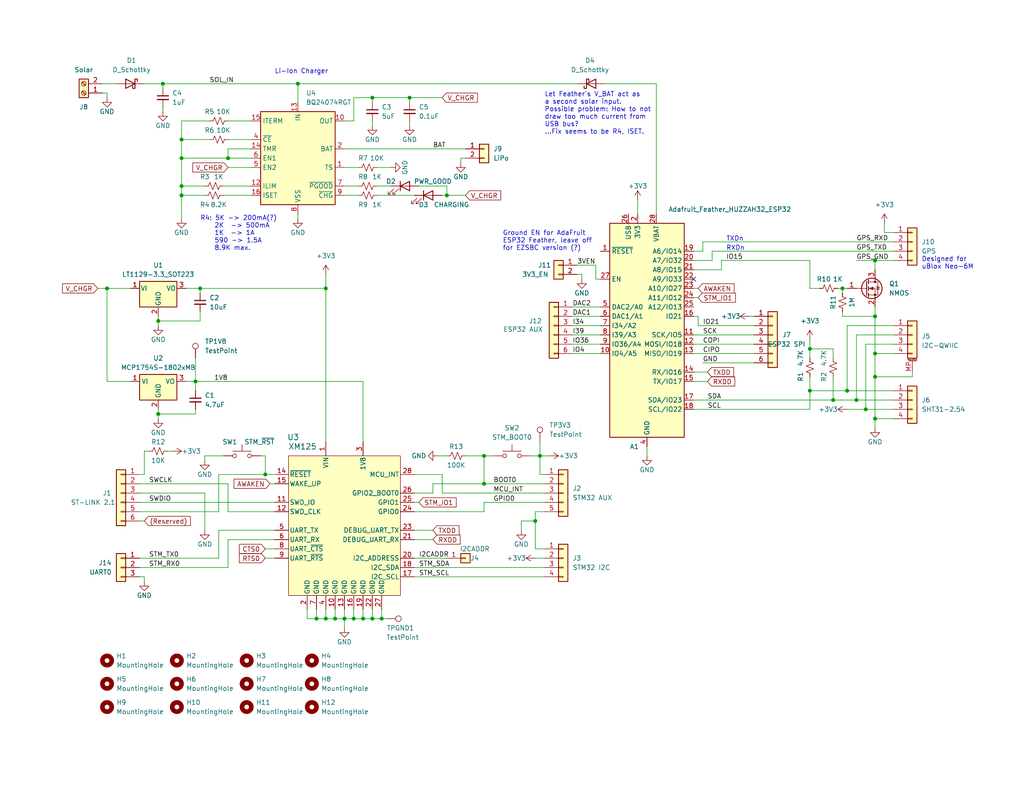
<source format=kicad_sch>
(kicad_sch (version 20250114) (generator "eeschema") (generator_version "9.0")
  (paper "USLetter")
  (title_block (title "Wave RADAR") (date "2023-11-23") (rev "0.2") (company "Academia Nuts"))
  (lib_symbols
    (symbol "Battery_Management:BQ24074RGT"
      (property "Reference" "U" (at -8.89 13.97 0))
      (property "Value" "BQ24074RGT" (at 16.51 13.97 0))
      (symbol "BQ24074RGT_1_1"
        (pin input line (at -12.7 10.16 0) (length 2.54) (name "ITERM") (number "15"))
        (pin input line (at -12.7 5.08 0) (length 2.54) (name "~{CE}") (number "4"))
        (pin input line (at -12.7 2.54 0) (length 2.54) (name "TMR") (number "14"))
        (pin input line (at -12.7 0 0) (length 2.54) (name "EN1") (number "6"))
        (pin input line (at -12.7 -2.54 0) (length 2.54) (name "EN2") (number "5"))
        (pin passive line (at -12.7 -7.62 0) (length 2.54) (name "ILIM") (number "12"))
        (pin passive line (at -12.7 -10.16 0) (length 2.54) (name "ISET") (number "16"))
        (pin power_in line (at 0 15.24 270) (length 2.54) (name "IN") (number "13"))
        (pin passive line (at 0 -15.24 90) (length 2.54) (hide yes) (name "VSS") (number "17"))
        (pin power_in line (at 0 -15.24 90) (length 2.54) (name "VSS") (number "8"))
        (pin power_out line (at 12.7 10.16 180) (length 2.54) (name "OUT") (number "10"))
        (pin passive line (at 12.7 10.16 180) (length 2.54) (hide yes) (name "OUT") (number "11"))
        (pin power_out line (at 12.7 2.54 180) (length 2.54) (name "BAT") (number "2"))
        (pin passive line (at 12.7 2.54 180) (length 2.54) (hide yes) (name "BAT") (number "3"))
        (pin passive line (at 12.7 -2.54 180) (length 2.54) (name "TS") (number "1"))
        (pin open_collector line (at 12.7 -7.62 180) (length 2.54) (name "~{PGOOD}") (number "7"))
        (pin open_collector line (at 12.7 -10.16 180) (length 2.54) (name "~{CHG}") (number "9"))
      )
    )
    (symbol "Connector:Screw_Terminal_01x02" (pin_names (offset 1.016) (hide yes))
      (property "Reference" "J" (at 0 2.54 0))
      (property "Value" "Screw_Terminal_01x02" (at 0 -5.08 0))
      (symbol "Screw_Terminal_01x02_1_1"
        (pin passive line (at -5.08 0 0) (length 3.81) (name "Pin_1") (number "1"))
        (pin passive line (at -5.08 -2.54 0) (length 3.81) (name "Pin_2") (number "2"))
      )
    )
    (symbol "Connector:TestPoint" (pin_numbers (hide yes)) (pin_names (offset 0.762) (hide yes))
      (property "Reference" "TP" (at 0 6.858 0))
      (property "Value" "TestPoint" (at 0 5.08 0))
      (symbol "TestPoint_1_1"
        (pin passive line (at 0 0 90) (length 2.54) (name "1") (number "1"))
      )
    )
    (symbol "Connector_Generic:Conn_01x01" (pin_names (offset 1.016) (hide yes))
      (property "Reference" "J" (at 0 2.54 0))
      (property "Value" "Conn_01x01" (at 0 -2.54 0))
      (symbol "Conn_01x01_1_1"
        (pin passive line (at -5.08 0 0) (length 3.81) (name "Pin_1") (number "1"))
      )
    )
    (symbol "Connector_Generic:Conn_01x02" (pin_names (offset 1.016) (hide yes))
      (property "Reference" "J" (at 0 2.54 0))
      (property "Value" "Conn_01x02" (at 0 -5.08 0))
      (symbol "Conn_01x02_1_1"
        (pin passive line (at -5.08 0 0) (length 3.81) (name "Pin_1") (number "1"))
        (pin passive line (at -5.08 -2.54 0) (length 3.81) (name "Pin_2") (number "2"))
      )
    )
    (symbol "Connector_Generic:Conn_01x03" (pin_names (offset 1.016) (hide yes))
      (property "Reference" "J" (at 0 5.08 0))
      (property "Value" "Conn_01x03" (at 0 -5.08 0))
      (symbol "Conn_01x03_1_1"
        (pin passive line (at -5.08 2.54 0) (length 3.81) (name "Pin_1") (number "1"))
        (pin passive line (at -5.08 0 0) (length 3.81) (name "Pin_2") (number "2"))
        (pin passive line (at -5.08 -2.54 0) (length 3.81) (name "Pin_3") (number "3"))
      )
    )
    (symbol "Connector_Generic:Conn_01x04" (pin_names (offset 1.016) (hide yes))
      (property "Reference" "J" (at 0 5.08 0))
      (property "Value" "Conn_01x04" (at 0 -7.62 0))
      (symbol "Conn_01x04_1_1"
        (pin passive line (at -5.08 2.54 0) (length 3.81) (name "Pin_1") (number "1"))
        (pin passive line (at -5.08 0 0) (length 3.81) (name "Pin_2") (number "2"))
        (pin passive line (at -5.08 -2.54 0) (length 3.81) (name "Pin_3") (number "3"))
        (pin passive line (at -5.08 -5.08 0) (length 3.81) (name "Pin_4") (number "4"))
      )
    )
    (symbol "Connector_Generic:Conn_01x05" (pin_names (offset 1.016) (hide yes))
      (property "Reference" "J" (at 0 7.62 0))
      (property "Value" "Conn_01x05" (at 0 -7.62 0))
      (symbol "Conn_01x05_1_1"
        (pin passive line (at -5.08 5.08 0) (length 3.81) (name "Pin_1") (number "1"))
        (pin passive line (at -5.08 2.54 0) (length 3.81) (name "Pin_2") (number "2"))
        (pin passive line (at -5.08 0 0) (length 3.81) (name "Pin_3") (number "3"))
        (pin passive line (at -5.08 -2.54 0) (length 3.81) (name "Pin_4") (number "4"))
        (pin passive line (at -5.08 -5.08 0) (length 3.81) (name "Pin_5") (number "5"))
      )
    )
    (symbol "Connector_Generic:Conn_01x06" (pin_names (offset 1.016) (hide yes))
      (property "Reference" "J" (at 0 7.62 0))
      (property "Value" "Conn_01x06" (at 0 -10.16 0))
      (symbol "Conn_01x06_1_1"
        (pin passive line (at -5.08 5.08 0) (length 3.81) (name "Pin_1") (number "1"))
        (pin passive line (at -5.08 2.54 0) (length 3.81) (name "Pin_2") (number "2"))
        (pin passive line (at -5.08 0 0) (length 3.81) (name "Pin_3") (number "3"))
        (pin passive line (at -5.08 -2.54 0) (length 3.81) (name "Pin_4") (number "4"))
        (pin passive line (at -5.08 -5.08 0) (length 3.81) (name "Pin_5") (number "5"))
        (pin passive line (at -5.08 -7.62 0) (length 3.81) (name "Pin_6") (number "6"))
      )
    )
    (symbol "Connector_Generic_MountingPin:Conn_01x04_MountingPin" (pin_names (offset 1.016) (hide yes))
      (property "Reference" "J" (at 0 5.08 0))
      (property "Value" "Conn_01x04_MountingPin" (at 1.27 -7.62 0))
      (symbol "Conn_01x04_MountingPin_1_1"
        (text "Mounting" (at 0 -6.731 0) (effects (font (size 0.381 0.381))))
        (pin passive line (at -5.08 2.54 0) (length 3.81) (name "Pin_1") (number "1"))
        (pin passive line (at -5.08 0 0) (length 3.81) (name "Pin_2") (number "2"))
        (pin passive line (at -5.08 -2.54 0) (length 3.81) (name "Pin_3") (number "3"))
        (pin passive line (at -5.08 -5.08 0) (length 3.81) (name "Pin_4") (number "4"))
        (pin passive line (at 0 -10.16 90) (length 3.048) (name "MountPin") (number "MP"))
      )
    )
    (symbol "Device:C_Small" (pin_numbers (hide yes)) (pin_names (offset 0.254) (hide yes))
      (property "Reference" "C" (at 0.254 1.778 0))
      (property "Value" "C_Small" (at 0.254 -2.032 0))
      (symbol "C_Small_1_1"
        (pin passive line (at 0 2.54 270) (length 2.032) (name "~") (number "1"))
        (pin passive line (at 0 -2.54 90) (length 2.032) (name "~") (number "2"))
      )
    )
    (symbol "Device:D_Schottky" (pin_numbers (hide yes)) (pin_names (offset 1.016) (hide yes))
      (property "Reference" "D" (at 0 2.54 0))
      (property "Value" "D_Schottky" (at 0 -2.54 0))
      (symbol "D_Schottky_1_1"
        (pin passive line (at -3.81 0 0) (length 2.54) (name "K") (number "1"))
        (pin passive line (at 3.81 0 180) (length 2.54) (name "A") (number "2"))
      )
    )
    (symbol "Device:LED" (pin_numbers (hide yes)) (pin_names (offset 1.016) (hide yes))
      (property "Reference" "D" (at 0 2.54 0))
      (property "Value" "LED" (at 0 -2.54 0))
      (symbol "LED_1_1"
        (pin passive line (at -3.81 0 0) (length 2.54) (name "K") (number "1"))
        (pin passive line (at 3.81 0 180) (length 2.54) (name "A") (number "2"))
      )
    )
    (symbol "Device:R_Small_US" (pin_numbers (hide yes)) (pin_names (offset 0.254) (hide yes))
      (property "Reference" "R" (at 0.762 0.508 0))
      (property "Value" "R_Small_US" (at 0.762 -1.016 0))
      (symbol "R_Small_US_1_1"
        (pin passive line (at 0 2.54 270) (length 1.016) (name "~") (number "1"))
        (pin passive line (at 0 -2.54 90) (length 1.016) (name "~") (number "2"))
      )
    )
    (symbol "MCU_Module:Adafruit_Feather_HUZZAH32_ESP32"
      (property "Reference" "A" (at -10.16 29.21 0))
      (property "Value" "Adafruit_Feather_HUZZAH32_ESP32" (at 2.54 -31.75 0))
      (symbol "Adafruit_Feather_HUZZAH32_ESP32_1_1"
        (pin bidirectional line (at -12.7 20.32 0) (length 2.54) (name "A6/IO14") (number "19"))
        (pin bidirectional line (at -12.7 17.78 0) (length 2.54) (name "A7/IO32") (number "20"))
        (pin bidirectional line (at -12.7 15.24 0) (length 2.54) (name "A8/IO15") (number "21"))
        (pin bidirectional line (at -12.7 12.7 0) (length 2.54) (name "A9/IO33") (number "22"))
        (pin bidirectional line (at -12.7 10.16 0) (length 2.54) (name "A10/IO27") (number "23"))
        (pin bidirectional line (at -12.7 7.62 0) (length 2.54) (name "A11/IO12") (number "24"))
        (pin bidirectional line (at -12.7 5.08 0) (length 2.54) (name "A12/IO13") (number "25"))
        (pin bidirectional line (at -12.7 2.54 0) (length 2.54) (name "IO21") (number "16"))
        (pin bidirectional line (at -12.7 -2.54 0) (length 2.54) (name "SCK/IO5") (number "11"))
        (pin bidirectional line (at -12.7 -5.08 0) (length 2.54) (name "MOSI/IO18") (number "12"))
        (pin bidirectional line (at -12.7 -7.62 0) (length 2.54) (name "MISO/IO19") (number "13"))
        (pin bidirectional line (at -12.7 -12.7 0) (length 2.54) (name "RX/IO16") (number "14"))
        (pin bidirectional line (at -12.7 -15.24 0) (length 2.54) (name "TX/IO17") (number "15"))
        (pin bidirectional line (at -12.7 -20.32 0) (length 2.54) (name "SDA/IO23") (number "17"))
        (pin bidirectional line (at -12.7 -22.86 0) (length 2.54) (name "SCL/IO22") (number "18"))
        (pin power_in line (at -2.54 30.48 270) (length 2.54) (name "VBAT") (number "28"))
        (pin power_in line (at 0 -33.02 90) (length 2.54) (name "GND") (number "4"))
        (pin power_in line (at 2.54 30.48 270) (length 2.54) (name "3V3") (number "2"))
        (pin power_in line (at 5.08 30.48 270) (length 2.54) (name "USB") (number "26"))
        (pin no_connect line (at 10.16 10.16 180) (length 2.54) (hide yes) (name "NC") (number "3"))
        (pin input line (at 12.7 20.32 180) (length 2.54) (name "~{RESET}") (number "1"))
        (pin input line (at 12.7 12.7 180) (length 2.54) (name "EN") (number "27"))
        (pin bidirectional line (at 12.7 5.08 180) (length 2.54) (name "DAC2/A0") (number "5"))
        (pin bidirectional line (at 12.7 2.54 180) (length 2.54) (name "DAC1/A1") (number "6"))
        (pin bidirectional line (at 12.7 0 180) (length 2.54) (name "I34/A2") (number "7"))
        (pin bidirectional line (at 12.7 -2.54 180) (length 2.54) (name "I39/A3") (number "8"))
        (pin bidirectional line (at 12.7 -5.08 180) (length 2.54) (name "IO36/A4") (number "9"))
        (pin bidirectional line (at 12.7 -7.62 180) (length 2.54) (name "IO4/A5") (number "10"))
      )
    )
    (symbol "Mechanical:MountingHole" (pin_names (offset 1.016))
      (property "Reference" "H" (at 0 5.08 0))
      (property "Value" "MountingHole" (at 0 3.175 0))
    )
    (symbol "Regulator_Linear:LT1129-3.3_SOT223" (pin_names (offset 0.254))
      (property "Reference" "U" (at -3.81 3.175 0))
      (property "Value" "LT1129-3.3_SOT223" (at 0 3.175 0))
      (symbol "LT1129-3.3_SOT223_1_1"
        (pin power_in line (at -7.62 0 0) (length 2.54) (name "VI") (number "1"))
        (pin power_in line (at 0 -7.62 90) (length 2.54) (name "GND") (number "2"))
        (pin power_out line (at 7.62 0 180) (length 2.54) (name "VO") (number "3"))
      )
    )
    (symbol "Regulator_Linear:MCP1754S-1802xMB"
      (property "Reference" "U" (at -3.81 3.175 0))
      (property "Value" "MCP1754S-1802xMB" (at -0.635 3.175 0))
      (symbol "MCP1754S-1802xMB_1_1"
        (pin power_in line (at -7.62 0 0) (length 2.54) (name "VI") (number "1"))
        (pin power_in line (at 0 -7.62 90) (length 2.54) (name "GND") (number "2"))
        (pin power_out line (at 7.62 0 180) (length 2.54) (name "VO") (number "3"))
      )
    )
    (symbol "Switch:SW_Push" (pin_numbers (hide yes)) (pin_names (offset 1.016) (hide yes))
      (property "Reference" "SW" (at 1.27 2.54 0))
      (property "Value" "SW_Push" (at 0 -1.524 0))
      (symbol "SW_Push_0_1"
        (pin passive line (at -5.08 0 0) (length 2.54) (name "1") (number "1"))
        (pin passive line (at 5.08 0 180) (length 2.54) (name "2") (number "2"))
      )
    )
    (symbol "Transistor_FET:2N7002" (pin_names (hide yes))
      (property "Reference" "Q" (at 5.08 1.905 0))
      (property "Value" "2N7002" (at 5.08 0 0))
      (symbol "2N7002_1_1"
        (pin input line (at -5.08 0 0) (length 2.54) (name "G") (number "1"))
        (pin passive line (at 2.54 5.08 270) (length 2.54) (name "D") (number "3"))
        (pin passive line (at 2.54 -5.08 90) (length 2.54) (name "S") (number "2"))
      )
    )
    (symbol "XM125:XM125" (pin_names (offset 0.254))
      (property "Reference" "U" (at -15.24 22.86 0))
      (property "Value" "XM125" (at -15.24 20.32 0))
      (symbol "XM125_1_1"
        (pin unspecified line (at -19.05 12.7 0) (length 3.81) (name "~{RESET}") (number "14"))
        (pin unspecified line (at -19.05 10.16 0) (length 3.81) (name "WAKE_UP") (number "15"))
        (pin unspecified line (at -19.05 5.08 0) (length 3.81) (name "SWD_IO") (number "11"))
        (pin unspecified line (at -19.05 2.54 0) (length 3.81) (name "SWD_CLK") (number "12"))
        (pin output line (at -19.05 -2.54 0) (length 3.81) (name "UART_TX") (number "5"))
        (pin input line (at -19.05 -5.08 0) (length 3.81) (name "UART_RX") (number "6"))
        (pin input line (at -19.05 -7.62 0) (length 3.81) (name "UART_~{CTS}") (number "8"))
        (pin output line (at -19.05 -10.16 0) (length 3.81) (name "UART_~{RTS}") (number "9"))
        (pin power_in line (at -10.16 -24.13 90) (length 3.81) (name "GND") (number "2"))
        (pin power_in line (at -7.62 -24.13 90) (length 3.81) (name "GND") (number "7"))
        (pin power_in line (at -5.08 21.59 270) (length 3.81) (name "VIN") (number "1"))
        (pin power_in line (at -5.08 -24.13 90) (length 3.81) (name "GND") (number "4"))
        (pin power_in line (at -2.54 -24.13 90) (length 3.81) (name "GND") (number "10"))
        (pin power_in line (at 0 -24.13 90) (length 3.81) (name "GND") (number "13"))
        (pin power_in line (at 2.54 -24.13 90) (length 3.81) (name "GND") (number "16"))
        (pin power_in line (at 5.08 21.59 270) (length 3.81) (name "1V8") (number "3"))
        (pin power_in line (at 5.08 -24.13 90) (length 3.81) (name "GND") (number "19"))
        (pin power_in line (at 7.62 -24.13 90) (length 3.81) (name "GND") (number "22"))
        (pin power_in line (at 10.16 -24.13 90) (length 3.81) (name "GND") (number "27"))
        (pin bidirectional line (at 19.05 12.7 180) (length 3.81) (name "MCU_INT") (number "28"))
        (pin bidirectional line (at 19.05 7.62 180) (length 3.81) (name "GPIO2_BOOT0") (number "26"))
        (pin bidirectional line (at 19.05 5.08 180) (length 3.81) (name "GPIO1") (number "25"))
        (pin bidirectional line (at 19.05 2.54 180) (length 3.81) (name "GPIO0") (number "24"))
        (pin output line (at 19.05 -2.54 180) (length 3.81) (name "DEBUG_UART_TX") (number "23"))
        (pin input line (at 19.05 -5.08 180) (length 3.81) (name "DEBUG_UART_RX") (number "21"))
        (pin input line (at 19.05 -10.16 180) (length 3.81) (name "I2C_ADDRESS") (number "20"))
        (pin bidirectional line (at 19.05 -12.7 180) (length 3.81) (name "I2C_SDA") (number "18"))
        (pin output line (at 19.05 -15.24 180) (length 3.81) (name "I2C_SCL") (number "17"))
      )
    )
    (symbol "power:+3V3" (power) (pin_names (offset 0))
      (property "Value" "+3V3" (at 0 3.556 0))
      (symbol "+3V3_1_1"
        (pin power_in line (at 0 0 90) (length 0) (hide yes) (name "+3V3") (number "1"))
      )
    )
    (symbol "power:GND" (power) (pin_names (offset 0))
      (property "Value" "GND" (at 0 -3.81 0))
      (symbol "GND_1_1"
        (pin power_in line (at 0 0 270) (length 0) (hide yes) (name "GND") (number "1"))
      )
    )
  )
  (text "Ground EN for AdaFruit\nESP32 Feather, leave off\nfor EZSBC version (?)" (at 137.16 68.58 0) (effects (font (size 1.27 1.27)) (justify left bottom)))
  (text "RXDn" (at 198.12 68.58 0) (effects (font (size 1.27 1.27)) (justify left bottom)))
  (text "Li-Ion Charger" (at 74.93 20.32 0) (effects (font (size 1.27 1.27)) (justify left bottom)))
  (text "Let Feather's V_BAT act as\na second solar input.\nPossible problem: How to not\ndraw too much current from \nUSB bus?\n...Fix seems to be R4, ISET." (at 148.59 36.83 0) (effects (font (size 1.27 1.27)) (justify left bottom)))
  (text "Designed for\nuBlox Neo-6M" (at 251.46 73.66 0) (effects (font (size 1.27 1.27)) (justify left bottom)))
  (text "TXDn" (at 198.12 66.04 0) (effects (font (size 1.27 1.27)) (justify left bottom)))
  (text "R4: 5K -> 200mA(?)\n    2K  -> 500mA\n    1K  -> 1A\n    590 -> 1.5A\n    8.9K max." (at 54.61 68.58 0) (effects (font (size 1.27 1.27)) (justify left bottom)))
  (junction (at 146.05 142.24))
  (junction (at 104.14 168.91))
  (junction (at 101.6 168.91))
  (junction (at 72.39 129.54))
  (junction (at 86.36 168.91))
  (junction (at 101.6 26.67))
  (junction (at 62.23 43.18))
  (junction (at 43.18 87.63))
  (junction (at 49.53 43.18))
  (junction (at 96.52 168.91))
  (junction (at 238.76 114.3))
  (junction (at 238.76 86.36))
  (junction (at 236.22 111.76))
  (junction (at 132.08 124.46))
  (junction (at 49.53 38.1))
  (junction (at 238.76 96.52))
  (junction (at 44.45 22.86))
  (junction (at 88.9 168.91))
  (junction (at 88.9 78.74))
  (junction (at 238.76 102.87))
  (junction (at 43.18 113.03))
  (junction (at 132.08 132.08))
  (junction (at 49.53 50.8))
  (junction (at 53.34 104.14))
  (junction (at 121.92 53.34))
  (junction (at 29.21 78.74))
  (junction (at 81.28 22.86))
  (junction (at 54.61 78.74))
  (junction (at 229.87 78.74))
  (junction (at 111.76 26.67))
  (junction (at 49.53 53.34))
  (junction (at 231.14 106.68))
  (junction (at 99.06 168.91))
  (junction (at 147.32 124.46))
  (junction (at 233.68 109.22))
  (junction (at 220.98 95.25))
  (junction (at 238.76 71.12))
  (junction (at 227.33 109.22))
  (junction (at 93.98 168.91))
  (junction (at 91.44 168.91))
  (junction (at 220.98 106.68))
  (no_connect (at 189.23 76.2))
  (wire (pts (xy 81.28 22.86) (xy 81.28 27.94)))
  (wire (pts (xy 96.52 26.67) (xy 96.52 33.02)))
  (wire (pts (xy 120.65 134.62) (xy 148.59 134.62)))
  (wire (pts (xy 29.21 25.4) (xy 29.21 26.67)))
  (wire (pts (xy 26.67 78.74) (xy 29.21 78.74)))
  (wire (pts (xy 62.23 147.32) (xy 74.93 147.32)))
  (wire (pts (xy 189.23 81.28) (xy 190.5 81.28)))
  (wire (pts (xy 93.98 40.64) (xy 127 40.64)))
  (wire (pts (xy 72.39 149.86) (xy 74.93 149.86)))
  (wire (pts (xy 62.23 45.72) (xy 68.58 45.72)))
  (wire (pts (xy 196.85 73.66) (xy 196.85 71.12)))
  (wire (pts (xy 189.23 68.58) (xy 191.77 68.58)))
  (wire (pts (xy 62.23 43.18) (xy 68.58 43.18)))
  (wire (pts (xy 39.37 157.48) (xy 39.37 158.75)))
  (wire (pts (xy 57.15 33.02) (xy 49.53 33.02)))
  (wire (pts (xy 147.32 129.54) (xy 148.59 129.54)))
  (wire (pts (xy 238.76 96.52) (xy 238.76 102.87)))
  (wire (pts (xy 39.37 123.19) (xy 40.64 123.19)))
  (wire (pts (xy 113.03 137.16) (xy 114.3 137.16)))
  (wire (pts (xy 120.65 129.54) (xy 113.03 129.54)))
  (wire (pts (xy 49.53 38.1) (xy 57.15 38.1)))
  (wire (pts (xy 156.21 93.98) (xy 163.83 93.98)))
  (wire (pts (xy 176.53 121.92) (xy 176.53 124.46)))
  (wire (pts (xy 127 43.18) (xy 125.73 43.18)))
  (wire (pts (xy 193.04 101.6) (xy 189.23 101.6)))
  (wire (pts (xy 158.75 74.93) (xy 157.48 74.93)))
  (wire (pts (xy 43.18 113.03) (xy 43.18 114.3)))
  (wire (pts (xy 73.66 132.08) (xy 74.93 132.08)))
  (wire (pts (xy 189.23 109.22) (xy 227.33 109.22)))
  (wire (pts (xy 53.34 104.14) (xy 53.34 106.68)))
  (wire (pts (xy 39.37 123.19) (xy 39.37 129.54)))
  (wire (pts (xy 227.33 97.79) (xy 227.33 95.25)))
  (wire (pts (xy 248.92 101.6) (xy 248.92 102.87)))
  (wire (pts (xy 243.84 111.76) (xy 236.22 111.76)))
  (wire (pts (xy 106.68 45.72) (xy 102.87 45.72)))
  (wire (pts (xy 111.76 26.67) (xy 120.65 26.67)))
  (wire (pts (xy 49.53 33.02) (xy 49.53 38.1)))
  (wire (pts (xy 142.24 142.24) (xy 146.05 142.24)))
  (wire (pts (xy 156.21 83.82) (xy 163.83 83.82)))
  (wire (pts (xy 49.53 43.18) (xy 62.23 43.18)))
  (wire (pts (xy 101.6 168.91) (xy 99.06 168.91)))
  (wire (pts (xy 191.77 66.04) (xy 243.84 66.04)))
  (wire (pts (xy 243.84 63.5) (xy 241.3 63.5)))
  (wire (pts (xy 62.23 154.94) (xy 62.23 147.32)))
  (wire (pts (xy 157.48 72.39) (xy 162.56 72.39)))
  (wire (pts (xy 229.87 85.09) (xy 229.87 86.36)))
  (wire (pts (xy 96.52 26.67) (xy 101.6 26.67)))
  (wire (pts (xy 53.34 111.76) (xy 53.34 113.03)))
  (wire (pts (xy 60.96 53.34) (xy 68.58 53.34)))
  (wire (pts (xy 111.76 26.67) (xy 111.76 27.94)))
  (wire (pts (xy 162.56 72.39) (xy 162.56 76.2)))
  (wire (pts (xy 189.23 111.76) (xy 220.98 111.76)))
  (wire (pts (xy 54.61 78.74) (xy 54.61 80.01)))
  (wire (pts (xy 99.06 166.37) (xy 99.06 168.91)))
  (wire (pts (xy 223.52 78.74) (xy 220.98 78.74)))
  (wire (pts (xy 43.18 111.76) (xy 43.18 113.03)))
  (wire (pts (xy 113.03 154.94) (xy 148.59 154.94)))
  (wire (pts (xy 99.06 104.14) (xy 99.06 120.65)))
  (wire (pts (xy 93.98 168.91) (xy 93.98 171.45)))
  (wire (pts (xy 228.6 78.74) (xy 229.87 78.74)))
  (wire (pts (xy 91.44 168.91) (xy 93.98 168.91)))
  (wire (pts (xy 189.23 86.36) (xy 190.5 86.36)))
  (wire (pts (xy 113.03 134.62) (xy 118.11 134.62)))
  (wire (pts (xy 132.08 132.08) (xy 148.59 132.08)))
  (wire (pts (xy 147.32 124.46) (xy 149.86 124.46)))
  (wire (pts (xy 238.76 71.12) (xy 243.84 71.12)))
  (wire (pts (xy 35.56 104.14) (xy 29.21 104.14)))
  (wire (pts (xy 88.9 78.74) (xy 88.9 120.65)))
  (wire (pts (xy 179.07 58.42) (xy 179.07 22.86)))
  (wire (pts (xy 119.38 124.46) (xy 121.92 124.46)))
  (wire (pts (xy 101.6 26.67) (xy 101.6 27.94)))
  (wire (pts (xy 104.14 166.37) (xy 104.14 168.91)))
  (wire (pts (xy 43.18 87.63) (xy 43.18 88.9)))
  (wire (pts (xy 60.96 50.8) (xy 68.58 50.8)))
  (wire (pts (xy 45.72 123.19) (xy 46.99 123.19)))
  (wire (pts (xy 93.98 166.37) (xy 93.98 168.91)))
  (wire (pts (xy 148.59 149.86) (xy 146.05 149.86)))
  (wire (pts (xy 227.33 109.22) (xy 233.68 109.22)))
  (wire (pts (xy 74.93 139.7) (xy 62.23 139.7)))
  (wire (pts (xy 59.69 129.54) (xy 72.39 129.54)))
  (wire (pts (xy 55.88 124.46) (xy 60.96 124.46)))
  (wire (pts (xy 49.53 38.1) (xy 49.53 43.18)))
  (wire (pts (xy 91.44 166.37) (xy 91.44 168.91)))
  (wire (pts (xy 132.08 139.7) (xy 132.08 137.16)))
  (wire (pts (xy 233.68 71.12) (xy 238.76 71.12)))
  (wire (pts (xy 238.76 96.52) (xy 243.84 96.52)))
  (wire (pts (xy 38.1 139.7) (xy 59.69 139.7)))
  (wire (pts (xy 88.9 78.74) (xy 54.61 78.74)))
  (wire (pts (xy 102.87 50.8) (xy 106.68 50.8)))
  (wire (pts (xy 233.68 91.44) (xy 233.68 109.22)))
  (wire (pts (xy 238.76 83.82) (xy 238.76 86.36)))
  (wire (pts (xy 229.87 78.74) (xy 229.87 80.01)))
  (wire (pts (xy 229.87 86.36) (xy 238.76 86.36)))
  (wire (pts (xy 238.76 71.12) (xy 238.76 73.66)))
  (wire (pts (xy 227.33 95.25) (xy 220.98 95.25)))
  (wire (pts (xy 243.84 109.22) (xy 233.68 109.22)))
  (wire (pts (xy 238.76 86.36) (xy 238.76 96.52)))
  (wire (pts (xy 74.93 129.54) (xy 72.39 129.54)))
  (wire (pts (xy 38.1 137.16) (xy 74.93 137.16)))
  (wire (pts (xy 189.23 96.52) (xy 205.74 96.52)))
  (wire (pts (xy 114.3 50.8) (xy 121.92 50.8)))
  (wire (pts (xy 101.6 166.37) (xy 101.6 168.91)))
  (wire (pts (xy 62.23 33.02) (xy 68.58 33.02)))
  (wire (pts (xy 59.69 144.78) (xy 74.93 144.78)))
  (wire (pts (xy 29.21 78.74) (xy 29.21 104.14)))
  (wire (pts (xy 191.77 66.04) (xy 191.77 68.58)))
  (wire (pts (xy 113.03 152.4) (xy 121.92 152.4)))
  (wire (pts (xy 189.23 71.12) (xy 194.31 71.12)))
  (wire (pts (xy 220.98 111.76) (xy 220.98 106.68)))
  (wire (pts (xy 102.87 53.34) (xy 113.03 53.34)))
  (wire (pts (xy 101.6 26.67) (xy 111.76 26.67)))
  (wire (pts (xy 196.85 71.12) (xy 220.98 71.12)))
  (wire (pts (xy 54.61 85.09) (xy 54.61 87.63)))
  (wire (pts (xy 99.06 168.91) (xy 96.52 168.91)))
  (wire (pts (xy 55.88 144.78) (xy 55.88 134.62)))
  (wire (pts (xy 220.98 95.25) (xy 220.98 97.79)))
  (wire (pts (xy 194.31 68.58) (xy 243.84 68.58)))
  (wire (pts (xy 125.73 43.18) (xy 125.73 44.45)))
  (wire (pts (xy 194.31 71.12) (xy 194.31 68.58)))
  (wire (pts (xy 27.94 22.86) (xy 31.75 22.86)))
  (wire (pts (xy 49.53 53.34) (xy 49.53 59.69)))
  (wire (pts (xy 127 124.46) (xy 132.08 124.46)))
  (wire (pts (xy 38.1 154.94) (xy 62.23 154.94)))
  (wire (pts (xy 156.21 86.36) (xy 163.83 86.36)))
  (wire (pts (xy 147.32 120.65) (xy 147.32 124.46)))
  (wire (pts (xy 118.11 132.08) (xy 132.08 132.08)))
  (wire (pts (xy 241.3 63.5) (xy 241.3 60.96)))
  (wire (pts (xy 113.03 157.48) (xy 148.59 157.48)))
  (wire (pts (xy 134.62 124.46) (xy 132.08 124.46)))
  (wire (pts (xy 113.03 139.7) (xy 132.08 139.7)))
  (wire (pts (xy 220.98 92.71) (xy 220.98 95.25)))
  (wire (pts (xy 44.45 24.13) (xy 44.45 22.86)))
  (wire (pts (xy 189.23 93.98) (xy 205.74 93.98)))
  (wire (pts (xy 49.53 43.18) (xy 49.53 50.8)))
  (wire (pts (xy 147.32 124.46) (xy 147.32 129.54)))
  (wire (pts (xy 55.88 125.73) (xy 55.88 124.46)))
  (wire (pts (xy 104.14 168.91) (xy 105.41 168.91)))
  (wire (pts (xy 96.52 166.37) (xy 96.52 168.91)))
  (wire (pts (xy 189.23 91.44) (xy 205.74 91.44)))
  (wire (pts (xy 193.04 104.14) (xy 189.23 104.14)))
  (wire (pts (xy 86.36 166.37) (xy 86.36 168.91)))
  (wire (pts (xy 88.9 166.37) (xy 88.9 168.91)))
  (wire (pts (xy 27.94 25.4) (xy 29.21 25.4)))
  (wire (pts (xy 190.5 86.36) (xy 190.5 88.9)))
  (wire (pts (xy 62.23 40.64) (xy 62.23 43.18)))
  (wire (pts (xy 120.65 134.62) (xy 120.65 129.54)))
  (wire (pts (xy 113.03 147.32) (xy 118.11 147.32)))
  (wire (pts (xy 162.56 76.2) (xy 163.83 76.2)))
  (wire (pts (xy 62.23 38.1) (xy 68.58 38.1)))
  (wire (pts (xy 121.92 50.8) (xy 121.92 53.34)))
  (wire (pts (xy 233.68 91.44) (xy 243.84 91.44)))
  (wire (pts (xy 43.18 113.03) (xy 53.34 113.03)))
  (wire (pts (xy 71.12 124.46) (xy 72.39 124.46)))
  (wire (pts (xy 236.22 93.98) (xy 243.84 93.98)))
  (wire (pts (xy 44.45 22.86) (xy 81.28 22.86)))
  (wire (pts (xy 50.8 78.74) (xy 54.61 78.74)))
  (wire (pts (xy 50.8 104.14) (xy 53.34 104.14)))
  (wire (pts (xy 83.82 168.91) (xy 86.36 168.91)))
  (wire (pts (xy 49.53 53.34) (xy 55.88 53.34)))
  (wire (pts (xy 243.84 114.3) (xy 238.76 114.3)))
  (wire (pts (xy 39.37 22.86) (xy 44.45 22.86)))
  (wire (pts (xy 146.05 142.24) (xy 146.05 149.86)))
  (wire (pts (xy 238.76 102.87) (xy 248.92 102.87)))
  (wire (pts (xy 238.76 102.87) (xy 238.76 114.3)))
  (wire (pts (xy 156.21 96.52) (xy 163.83 96.52)))
  (wire (pts (xy 72.39 124.46) (xy 72.39 129.54)))
  (wire (pts (xy 179.07 22.86) (xy 165.1 22.86)))
  (wire (pts (xy 44.45 29.21) (xy 44.45 30.48)))
  (wire (pts (xy 104.14 168.91) (xy 101.6 168.91)))
  (wire (pts (xy 39.37 129.54) (xy 38.1 129.54)))
  (wire (pts (xy 38.1 157.48) (xy 39.37 157.48)))
  (wire (pts (xy 220.98 106.68) (xy 231.14 106.68)))
  (wire (pts (xy 231.14 88.9) (xy 243.84 88.9)))
  (wire (pts (xy 93.98 45.72) (xy 97.79 45.72)))
  (wire (pts (xy 81.28 22.86) (xy 157.48 22.86)))
  (wire (pts (xy 43.18 86.36) (xy 43.18 87.63)))
  (wire (pts (xy 158.75 76.2) (xy 158.75 74.93)))
  (wire (pts (xy 243.84 106.68) (xy 231.14 106.68)))
  (wire (pts (xy 93.98 50.8) (xy 97.79 50.8)))
  (wire (pts (xy 101.6 33.02) (xy 101.6 34.29)))
  (wire (pts (xy 238.76 114.3) (xy 238.76 116.84)))
  (wire (pts (xy 113.03 144.78) (xy 118.11 144.78)))
  (wire (pts (xy 142.24 144.78) (xy 142.24 142.24)))
  (wire (pts (xy 38.1 142.24) (xy 39.37 142.24)))
  (wire (pts (xy 93.98 53.34) (xy 97.79 53.34)))
  (wire (pts (xy 196.85 73.66) (xy 189.23 73.66)))
  (wire (pts (xy 83.82 166.37) (xy 83.82 168.91)))
  (wire (pts (xy 205.74 86.36) (xy 204.47 86.36)))
  (wire (pts (xy 144.78 124.46) (xy 147.32 124.46)))
  (wire (pts (xy 53.34 97.79) (xy 53.34 104.14)))
  (wire (pts (xy 121.92 53.34) (xy 120.65 53.34)))
  (wire (pts (xy 220.98 71.12) (xy 220.98 78.74)))
  (wire (pts (xy 236.22 111.76) (xy 236.22 93.98)))
  (wire (pts (xy 118.11 134.62) (xy 118.11 132.08)))
  (wire (pts (xy 55.88 50.8) (xy 49.53 50.8)))
  (wire (pts (xy 96.52 33.02) (xy 93.98 33.02)))
  (wire (pts (xy 81.28 58.42) (xy 81.28 59.69)))
  (wire (pts (xy 146.05 139.7) (xy 146.05 142.24)))
  (wire (pts (xy 191.77 99.06) (xy 205.74 99.06)))
  (wire (pts (xy 132.08 137.16) (xy 148.59 137.16)))
  (wire (pts (xy 59.69 152.4) (xy 59.69 144.78)))
  (wire (pts (xy 127 53.34) (xy 121.92 53.34)))
  (wire (pts (xy 54.61 87.63) (xy 43.18 87.63)))
  (wire (pts (xy 111.76 33.02) (xy 111.76 34.29)))
  (wire (pts (xy 156.21 91.44) (xy 163.83 91.44)))
  (wire (pts (xy 38.1 132.08) (xy 62.23 132.08)))
  (wire (pts (xy 148.59 139.7) (xy 146.05 139.7)))
  (wire (pts (xy 189.23 78.74) (xy 190.5 78.74)))
  (wire (pts (xy 53.34 104.14) (xy 99.06 104.14)))
  (wire (pts (xy 173.99 54.61) (xy 173.99 58.42)))
  (wire (pts (xy 68.58 40.64) (xy 62.23 40.64)))
  (wire (pts (xy 229.87 78.74) (xy 231.14 78.74)))
  (wire (pts (xy 132.08 124.46) (xy 132.08 132.08)))
  (wire (pts (xy 29.21 78.74) (xy 35.56 78.74)))
  (wire (pts (xy 86.36 168.91) (xy 88.9 168.91)))
  (wire (pts (xy 231.14 111.76) (xy 236.22 111.76)))
  (wire (pts (xy 190.5 88.9) (xy 205.74 88.9)))
  (wire (pts (xy 96.52 168.91) (xy 93.98 168.91)))
  (wire (pts (xy 231.14 106.68) (xy 231.14 88.9)))
  (wire (pts (xy 156.21 88.9) (xy 163.83 88.9)))
  (wire (pts (xy 88.9 74.93) (xy 88.9 78.74)))
  (wire (pts (xy 146.05 152.4) (xy 148.59 152.4)))
  (wire (pts (xy 62.23 139.7) (xy 62.23 132.08)))
  (wire (pts (xy 59.69 129.54) (xy 59.69 139.7)))
  (wire (pts (xy 72.39 152.4) (xy 74.93 152.4)))
  (wire (pts (xy 88.9 168.91) (xy 91.44 168.91)))
  (wire (pts (xy 49.53 50.8) (xy 49.53 53.34)))
  (wire (pts (xy 227.33 102.87) (xy 227.33 109.22)))
  (wire (pts (xy 38.1 152.4) (xy 59.69 152.4)))
  (wire (pts (xy 220.98 102.87) (xy 220.98 106.68)))
  (wire (pts (xy 55.88 134.62) (xy 38.1 134.62)))
  (label "BAT" (at 118.11 40.64 0))
  (label "STM_SCL" (at 114.3 157.48 0))
  (label "GPS_RXD" (at 233.68 66.04 0))
  (label "COPI" (at 191.77 93.98 0))
  (label "IO4" (at 156.21 96.52 0))
  (label "SDA" (at 193.04 109.22 0))
  (label "CIPO" (at 191.77 96.52 0))
  (label "IO15" (at 198.12 71.12 0))
  (label "GPS_TXD" (at 233.68 68.58 0))
  (label "BOOT0" (at 134.62 132.08 0))
  (label "STM_TX0" (at 40.64 152.4 0))
  (label "3VEN" (at 157.48 72.39 0))
  (label "I2CADDR" (at 114.3 152.4 0))
  (label "IO36" (at 156.21 93.98 0))
  (label "SCL" (at 193.04 111.76 0))
  (label "SWDIO" (at 40.64 137.16 0))
  (label "GPIO0" (at 134.62 137.16 0))
  (label "SWCLK" (at 40.64 132.08 0))
  (label "SOL_IN" (at 57.15 22.86 0))
  (label "DAC2" (at 156.21 83.82 0))
  (label "STM_SDA" (at 114.3 154.94 0))
  (label "STM_RX0" (at 40.64 154.94 0))
  (label "1V8" (at 58.42 104.14 0))
  (label "DAC1" (at 156.21 86.36 0))
  (label "GND" (at 191.77 99.06 0))
  (label "GPS_GND" (at 233.68 71.12 0))
  (label "I34" (at 156.21 88.9 0))
  (label "MCU_INT" (at 134.62 134.62 0))
  (label "I39" (at 156.21 91.44 0))
  (label "IO21" (at 191.77 88.9 0))
  (label "SCK" (at 191.77 91.44 0))
  (global_label "(Reserved)" (shape input) (at 39.37 142.24 0) (property "Intersheetrefs" "${INTERSHEET_REFS}" (effects (hide yes))))
  (global_label "AWAKEN" (shape input) (at 73.66 132.08 180) (property "Intersheetrefs" "${INTERSHEET_REFS}" (effects (hide yes))))
  (global_label "TXDD" (shape input) (at 118.11 144.78 0) (property "Intersheetrefs" "${INTERSHEET_REFS}" (effects (hide yes))))
  (global_label "STM_IO1" (shape input) (at 114.3 137.16 0) (property "Intersheetrefs" "${INTERSHEET_REFS}" (effects (hide yes))))
  (global_label "RXDD" (shape input) (at 193.04 104.14 0) (property "Intersheetrefs" "${INTERSHEET_REFS}" (effects (hide yes))))
  (global_label "V_CHGR" (shape input) (at 26.67 78.74 180) (property "Intersheetrefs" "${INTERSHEET_REFS}" (effects (hide yes))))
  (global_label "STM_IO1" (shape input) (at 190.5 81.28 0) (property "Intersheetrefs" "${INTERSHEET_REFS}" (effects (hide yes))))
  (global_label "V_CHGR" (shape input) (at 127 53.34 0) (property "Intersheetrefs" "${INTERSHEET_REFS}" (effects (hide yes))))
  (global_label "RXDD" (shape input) (at 118.11 147.32 0) (property "Intersheetrefs" "${INTERSHEET_REFS}" (effects (hide yes))))
  (global_label "AWAKEN" (shape input) (at 190.5 78.74 0) (property "Intersheetrefs" "${INTERSHEET_REFS}" (effects (hide yes))))
  (global_label "V_CHGR" (shape input) (at 120.65 26.67 0) (property "Intersheetrefs" "${INTERSHEET_REFS}" (effects (hide yes))))
  (global_label "V_CHGR" (shape input) (at 62.23 45.72 180) (property "Intersheetrefs" "${INTERSHEET_REFS}" (effects (hide yes))))
  (global_label "CTS0" (shape input) (at 72.39 149.86 180) (property "Intersheetrefs" "${INTERSHEET_REFS}" (effects (hide yes))))
  (global_label "TXDD" (shape input) (at 193.04 101.6 0) (property "Intersheetrefs" "${INTERSHEET_REFS}" (effects (hide yes))))
  (global_label "RTS0" (shape input) (at 72.39 152.4 180) (property "Intersheetrefs" "${INTERSHEET_REFS}" (effects (hide yes))))
  (symbol (lib_id "Mechanical:MountingHole") (at 29.21 186.69 0) (unit 1)
    (property "Reference" "H5" (at 31.75 185.42 0) (effects (justify left)))
    (property "Value" "MountingHole" (at 31.75 187.96 0) (effects (justify left)))
    (property "Footprint" "MountingHole:MountingHole_2.7mm" (effects (hide yes)))
  )
  (symbol (lib_id "Connector_Generic:Conn_01x03") (at 33.02 154.94 0) (mirror y) (unit 1)
    (property "Reference" "J14" (at 30.48 153.67 0) (effects (justify left)))
    (property "Value" "UART0" (at 30.48 156.21 0) (effects (justify left)))
    (property "Footprint" "Connector_PinHeader_2.54mm:PinHeader_1x03_P2.54mm_Vertical" (effects (hide yes)))
  )
  (symbol (lib_id "Mechanical:MountingHole") (at 29.21 180.34 0) (unit 1)
    (property "Reference" "H1" (at 31.75 179.07 0) (effects (justify left)))
    (property "Value" "MountingHole" (at 31.75 181.61 0) (effects (justify left)))
    (property "Footprint" "MountingHole:MountingHole_2.7mm" (effects (hide yes)))
  )
  (symbol (lib_id "Switch:SW_Push") (at 66.04 124.46 0) (mirror y) (unit 1)
    (property "Reference" "SW1" (at 64.77 120.65 0) (effects (justify left)))
    (property "Value" "STM_~{RST}" (at 74.93 120.65 0) (effects (justify left)))
    (property "Footprint" "Button_Switch_THT:SW_PUSH_1P1T_6x3.5mm_H4.3_APEM_MJTP1243" (effects (hide yes)))
  )
  (symbol (lib_id "Connector_Generic:Conn_01x05") (at 153.67 134.62 0) (unit 1)
    (property "Reference" "J2" (at 156.21 133.3499 0) (effects (justify left)))
    (property "Value" "STM32 AUX" (at 156.21 135.8899 0) (effects (justify left)))
    (property "Footprint" "Connector_PinHeader_2.54mm:PinHeader_1x05_P2.54mm_Vertical" (effects (hide yes)))
    (property "Description" "Generic connector, single row, 01x05, script generated (kicad-library-utils/schlib/autogen/connector/)" (effects (hide yes)))
  )
  (symbol (lib_id "Device:R_Small_US") (at 59.69 38.1 90) (unit 1)
    (property "Reference" "R6" (at 57.15 35.56 90))
    (property "Value" "10K" (at 60.96 35.56 90))
    (property "Footprint" "Resistor_SMD:R_0805_2012Metric" (effects (hide yes)))
  )
  (symbol (lib_id "Device:LED") (at 110.49 50.8 0) (unit 1)
    (property "Reference" "D2" (at 106.68 49.53 0))
    (property "Value" "PWR_GOOD" (at 118.11 49.53 0))
    (property "Footprint" "LED_SMD:LED_1206_3216Metric" (effects (hide yes)))
  )
  (symbol (lib_id "Connector_Generic:Conn_01x01") (at 127 152.4 0) (unit 1)
    (property "Reference" "J4" (at 129.54 152.4 0))
    (property "Value" "I2CADDR" (at 129.54 149.86 0))
    (property "Footprint" "Connector_PinHeader_2.54mm:PinHeader_1x01_P2.54mm_Vertical" (effects (hide yes)))
  )
  (symbol (lib_id "Device:R_Small_US") (at 100.33 50.8 90) (unit 1)
    (property "Reference" "R8" (at 99.06 48.26 90))
    (property "Value" "1K" (at 102.87 48.26 90))
    (property "Footprint" "Resistor_SMD:R_0805_2012Metric" (effects (hide yes)))
  )
  (symbol (lib_id "Device:D_Schottky") (at 161.29 22.86 0) (mirror x) (unit 1)
    (property "Reference" "D4" (at 160.9725 16.51 0))
    (property "Value" "D_Schottky" (at 160.9725 19.05 0))
    (property "Footprint" "Diode_SMD:D_1206_3216Metric" (effects (hide yes)))
  )
  (symbol (lib_id "Regulator_Linear:LT1129-3.3_SOT223") (at 43.18 78.74 0) (unit 1)
    (property "Reference" "U1" (at 43.18 72.39 0))
    (property "Value" "LT1129-3.3_SOT223" (at 43.18 74.93 0))
    (property "Footprint" "Package_TO_SOT_SMD:SOT-223-3_TabPin2" (effects (hide yes)))
    (property "Datasheet" "https://www.analog.com/media/en/technical-documentation/data-sheets/112935ff.pdf" (effects (hide yes)))
  )
  (symbol (lib_id "power:+3V3") (at 146.05 152.4 90) (unit 1)
    (property "Reference" "#PWR018" (effects (hide yes)))
    (property "Value" "+3V3" (at 143.51 152.4 90) (effects (justify left)))
  )
  (symbol (lib_id "power:GND") (at 81.28 59.69 0) (unit 1)
    (property "Reference" "#PWR019" (effects (hide yes)))
    (property "Value" "GND" (at 81.28 63.5 0))
  )
  (symbol (lib_id "Device:C_Small") (at 111.76 30.48 0) (unit 1)
    (property "Reference" "C5" (at 114.3 29.2163 0) (effects (justify left)))
    (property "Value" "0.1uF" (at 114.3 31.7563 0) (effects (justify left)))
    (property "Footprint" "Capacitor_SMD:C_0805_2012Metric" (effects (hide yes)))
  )
  (symbol (lib_id "Device:C_Small") (at 53.34 109.22 0) (unit 1)
    (property "Reference" "C1" (at 55.88 107.9562 0) (effects (justify left)))
    (property "Value" "4.7uF" (at 55.88 110.4962 0) (effects (justify left)))
    (property "Footprint" "Capacitor_SMD:C_0805_2012Metric" (effects (hide yes)))
  )
  (symbol (lib_id "Connector_Generic_MountingPin:Conn_01x04_MountingPin") (at 248.92 91.44 0) (unit 1)
    (property "Reference" "J5" (at 251.46 91.7956 0) (effects (justify left)))
    (property "Value" "I2C-QWIIC" (at 251.46 94.3356 0) (effects (justify left)))
    (property "Footprint" "Connector_JST:JST_SH_BM04B-SRSS-TB_1x04-1MP_P1.00mm_Vertical" (effects (hide yes)))
  )
  (symbol (lib_id "Device:R_Small_US") (at 220.98 100.33 180) (unit 1)
    (property "Reference" "R1" (at 218.44 102.87 90))
    (property "Value" "4.7K" (at 218.44 97.79 90))
    (property "Footprint" "Resistor_SMD:R_0805_2012Metric" (effects (hide yes)))
  )
  (symbol (lib_id "Mechanical:MountingHole") (at 85.09 186.69 0) (unit 1)
    (property "Reference" "H8" (at 87.63 185.42 0) (effects (justify left)))
    (property "Value" "MountingHole" (at 87.63 187.96 0) (effects (justify left)))
    (property "Footprint" "MountingHole:MountingHole_2.7mm" (effects (hide yes)))
  )
  (symbol (lib_id "power:GND") (at 29.21 26.67 0) (unit 1)
    (property "Reference" "#PWR016" (effects (hide yes)))
    (property "Value" "GND" (at 29.21 30.48 0))
  )
  (symbol (lib_id "Connector_Generic:Conn_01x04") (at 153.67 152.4 0) (unit 1)
    (property "Reference" "J3" (at 156.21 152.3999 0) (effects (justify left)))
    (property "Value" "STM32 I2C" (at 156.21 154.9399 0) (effects (justify left)))
    (property "Footprint" "Connector_PinHeader_2.54mm:PinHeader_1x04_P2.54mm_Vertical" (effects (hide yes)))
  )
  (symbol (lib_id "power:+3V3") (at 241.3 60.96 0) (unit 1)
    (property "Reference" "#PWR022" (effects (hide yes)))
    (property "Value" "+3V3" (at 241.3 55.88 0))
  )
  (symbol (lib_id "Mechanical:MountingHole") (at 48.26 193.04 0) (unit 1)
    (property "Reference" "H10" (at 50.8 191.77 0) (effects (justify left)))
    (property "Value" "MountingHole" (at 50.8 194.31 0) (effects (justify left)))
    (property "Footprint" "MountingHole:MountingHole_2.7mm" (effects (hide yes)))
  )
  (symbol (lib_id "power:+3V3") (at 88.9 74.93 0) (unit 1)
    (property "Reference" "#PWR05" (effects (hide yes)))
    (property "Value" "+3V3" (at 88.9 69.85 0))
  )
  (symbol (lib_id "Connector_Generic:Conn_01x02") (at 152.4 72.39 0) (mirror y) (unit 1)
    (property "Reference" "J11" (at 148.59 72.39 0))
    (property "Value" "3V3_EN" (at 146.05 74.93 0))
    (property "Footprint" "Connector_PinHeader_2.54mm:PinHeader_1x02_P2.54mm_Vertical" (effects (hide yes)))
  )
  (symbol (lib_id "Regulator_Linear:MCP1754S-1802xMB") (at 43.18 104.14 0) (unit 1)
    (property "Reference" "U2" (at 43.18 97.79 0))
    (property "Value" "MCP1754S-1802xMB" (at 43.18 100.33 0))
    (property "Footprint" "Package_TO_SOT_SMD:SOT-223-3_TabPin2" (effects (hide yes)))
    (property "Datasheet" "http://ww1.microchip.com/downloads/en/DeviceDoc/20002276C.pdf" (effects (hide yes)))
  )
  (symbol (lib_id "Connector:TestPoint") (at 53.34 97.79 0) (unit 1)
    (property "Reference" "TP1V8" (at 55.88 93.218 0) (effects (justify left)))
    (property "Value" "TestPoint" (at 55.88 95.758 0) (effects (justify left)))
    (property "Footprint" "TestPoint:TestPoint_Loop_D2.50mm_Drill1.0mm" (effects (hide yes)))
  )
  (symbol (lib_id "Device:C_Small") (at 101.6 30.48 0) (unit 1)
    (property "Reference" "C3" (at 104.14 29.2163 0) (effects (justify left)))
    (property "Value" "5uF" (at 104.14 31.7563 0) (effects (justify left)))
    (property "Footprint" "Capacitor_SMD:C_0805_2012Metric" (effects (hide yes)))
  )
  (symbol (lib_id "Device:R_Small_US") (at 43.18 123.19 90) (unit 1)
    (property "Reference" "R12" (at 43.18 120.65 90))
    (property "Value" "10K" (at 43.18 125.73 90))
    (property "Footprint" "Resistor_SMD:R_0805_2012Metric" (effects (hide yes)))
  )
  (symbol (lib_id "Device:R_Small_US") (at 100.33 53.34 90) (unit 1)
    (property "Reference" "R9" (at 99.06 55.88 90))
    (property "Value" "1K" (at 102.87 55.88 90))
    (property "Footprint" "Resistor_SMD:R_0805_2012Metric" (effects (hide yes)))
  )
  (symbol (lib_id "Connector_Generic:Conn_01x02") (at 132.08 40.64 0) (unit 1)
    (property "Reference" "J9" (at 134.62 40.64 0) (effects (justify left)))
    (property "Value" "LiPo" (at 134.62 43.18 0) (effects (justify left)))
    (property "Footprint" "Connector_JST:JST_PH_S2B-PH-K_1x02_P2.00mm_Horizontal" (effects (hide yes)))
  )
  (symbol (lib_id "Mechanical:MountingHole") (at 48.26 180.34 0) (unit 1)
    (property "Reference" "H2" (at 50.8 179.07 0) (effects (justify left)))
    (property "Value" "MountingHole" (at 50.8 181.61 0) (effects (justify left)))
    (property "Footprint" "MountingHole:MountingHole_2.7mm" (effects (hide yes)))
  )
  (symbol (lib_id "power:GND") (at 158.75 76.2 0) (mirror y) (unit 1)
    (property "Reference" "#PWR023" (effects (hide yes)))
    (property "Value" "GND" (at 158.75 80.01 0))
  )
  (symbol (lib_id "power:GND") (at 142.24 144.78 0) (unit 1)
    (property "Reference" "#PWR014" (effects (hide yes)))
    (property "Value" "GND" (at 142.24 148.59 0))
  )
  (symbol (lib_id "power:GND") (at 176.53 124.46 0) (mirror y) (unit 1)
    (property "Reference" "#PWR012" (effects (hide yes)))
    (property "Value" "GND" (at 176.53 128.27 0))
  )
  (symbol (lib_id "power:GND") (at 125.73 44.45 0) (unit 1)
    (property "Reference" "#PWR021" (effects (hide yes)))
    (property "Value" "GND" (at 125.73 48.26 0))
  )
  (symbol (lib_id "power:GND") (at 111.76 34.29 0) (unit 1)
    (property "Reference" "#PWR026" (effects (hide yes)))
    (property "Value" "GND" (at 111.76 38.1 0))
  )
  (symbol (lib_id "Device:R_Small_US") (at 124.46 124.46 90) (unit 1)
    (property "Reference" "R13" (at 124.46 121.92 90))
    (property "Value" "100K" (at 124.46 127 90))
    (property "Footprint" "Resistor_SMD:R_0805_2012Metric" (effects (hide yes)))
  )
  (symbol (lib_id "Device:C_Small") (at 54.61 82.55 0) (unit 1)
    (property "Reference" "C2" (at 57.15 81.2863 0) (effects (justify left)))
    (property "Value" "10uF" (at 57.15 83.8263 0) (effects (justify left)))
    (property "Footprint" "Capacitor_SMD:C_0805_2012Metric" (effects (hide yes)))
  )
  (symbol (lib_id "Connector:Screw_Terminal_01x02") (at 22.86 25.4 180) (unit 1)
    (property "Reference" "J8" (at 22.86 29.21 0))
    (property "Value" "Solar" (at 22.86 19.05 0))
    (property "Footprint" "TerminalBlock_Phoenix:TerminalBlock_Phoenix_MPT-0,5-2-2.54_1x02_P2.54mm_Horizontal" (effects (hide yes)))
  )
  (symbol (lib_id "power:GND") (at 101.6 34.29 0) (unit 1)
    (property "Reference" "#PWR024" (effects (hide yes)))
    (property "Value" "GND" (at 101.6 38.1 0))
  )
  (symbol (lib_id "Device:R_Small_US") (at 227.33 100.33 180) (unit 1)
    (property "Reference" "R2" (at 224.79 102.87 90))
    (property "Value" "4.7K" (at 224.79 97.79 90))
    (property "Footprint" "Resistor_SMD:R_0805_2012Metric" (effects (hide yes)))
  )
  (symbol (lib_id "power:GND") (at 39.37 158.75 0) (unit 1)
    (property "Reference" "#PWR027" (effects (hide yes)))
    (property "Value" "GND" (at 39.37 162.56 0))
  )
  (symbol (lib_id "Device:R_Small_US") (at 59.69 33.02 90) (unit 1)
    (property "Reference" "R5" (at 57.15 30.48 90))
    (property "Value" "10K" (at 60.96 30.48 90))
    (property "Footprint" "Resistor_SMD:R_0805_2012Metric" (effects (hide yes)))
  )
  (symbol (lib_id "Device:LED") (at 116.84 53.34 0) (unit 1)
    (property "Reference" "D3" (at 115.57 55.88 0))
    (property "Value" "CHARGING" (at 123.19 55.88 0))
    (property "Footprint" "LED_SMD:LED_1206_3216Metric" (effects (hide yes)))
  )
  (symbol (lib_id "MCU_Module:Adafruit_Feather_HUZZAH32_ESP32") (at 176.53 88.9 0) (mirror y) (unit 1)
    (property "Reference" "A1" (at 174.3359 121.92 0) (effects (justify left)))
    (property "Value" "Adafruit_Feather_HUZZAH32_ESP32" (at 215.9 57.15 0) (effects (justify left)))
    (property "Footprint" "Module:Adafruit_Feather" (effects (hide yes)))
    (property "Datasheet" "https://cdn-learn.adafruit.com/downloads/pdf/adafruit-huzzah32-esp32-feather.pdf" (effects (hide yes)))
  )
  (symbol (lib_id "Device:R_Small_US") (at 58.42 53.34 90) (unit 1)
    (property "Reference" "R4" (at 55.88 55.88 90))
    (property "Value" "8.2K" (at 59.69 55.88 90))
    (property "Footprint" "Resistor_SMD:R_0805_2012Metric" (effects (hide yes)))
  )
  (symbol (lib_id "power:GND") (at 43.18 88.9 0) (unit 1)
    (property "Reference" "#PWR01" (effects (hide yes)))
    (property "Value" "GND" (at 43.18 92.71 0))
  )
  (symbol (lib_id "power:+3V3") (at 220.98 92.71 0) (unit 1)
    (property "Reference" "#PWR08" (effects (hide yes)))
    (property "Value" "+3V3" (at 220.98 87.63 0))
  )
  (symbol (lib_id "power:+3V3") (at 204.47 86.36 90) (unit 1)
    (property "Reference" "#PWR011" (effects (hide yes)))
    (property "Value" "+3V3" (at 199.39 86.36 90))
  )
  (symbol (lib_id "power:GND") (at 93.98 171.45 0) (unit 1)
    (property "Reference" "#PWR04" (effects (hide yes)))
    (property "Value" "GND" (at 93.98 175.26 0))
  )
  (symbol (lib_id "power:+3V3") (at 231.14 111.76 90) (unit 1)
    (property "Reference" "#PWR09" (effects (hide yes)))
    (property "Value" "+3V3" (at 228.6 111.76 90) (effects (justify left)))
  )
  (symbol (lib_id "Mechanical:MountingHole") (at 67.31 193.04 0) (unit 1)
    (property "Reference" "H11" (at 69.85 191.77 0) (effects (justify left)))
    (property "Value" "MountingHole" (at 69.85 194.31 0) (effects (justify left)))
    (property "Footprint" "MountingHole:MountingHole_2.7mm" (effects (hide yes)))
  )
  (symbol (lib_id "Connector_Generic:Conn_01x04") (at 248.92 109.22 0) (unit 1)
    (property "Reference" "J6" (at 251.46 109.22 0) (effects (justify left)))
    (property "Value" "SHT31-2.54" (at 251.46 111.76 0) (effects (justify left)))
    (property "Footprint" "Connector_PinHeader_2.54mm:PinHeader_1x04_P2.54mm_Vertical" (effects (hide yes)))
  )
  (symbol (lib_id "Transistor_FET:2N7002") (at 236.22 78.74 0) (unit 1)
    (property "Reference" "Q1" (at 242.57 77.47 0) (effects (justify left)))
    (property "Value" "NMOS" (at 242.57 80.01 0) (effects (justify left)))
    (property "Footprint" "Package_TO_SOT_SMD:SOT-23" (effects (hide yes)))
    (property "Datasheet" "https://www.onsemi.com/pub/Collateral/NDS7002A-D.PDF" (effects (hide yes)))
  )
  (symbol (lib_id "power:+3V3") (at 46.99 123.19 270) (unit 1)
    (property "Reference" "#PWR028" (effects (hide yes)))
    (property "Value" "+3V3" (at 49.53 123.19 90) (effects (justify left)))
  )
  (symbol (lib_id "power:GND") (at 55.88 125.73 0) (mirror y) (unit 1)
    (property "Reference" "#PWR03" (effects (hide yes)))
    (property "Value" "GND" (at 55.88 129.54 0))
  )
  (symbol (lib_id "power:+3V3") (at 173.99 54.61 0) (unit 1)
    (property "Reference" "#PWR06" (effects (hide yes)))
    (property "Value" "+3V3" (at 173.99 50.8 0))
  )
  (symbol (lib_id "Device:R_Small_US") (at 226.06 78.74 90) (unit 1)
    (property "Reference" "R10" (at 224.79 76.2 90))
    (property "Value" "1K" (at 228.6 76.2 90))
    (property "Footprint" "Resistor_SMD:R_0805_2012Metric" (effects (hide yes)))
  )
  (symbol (lib_id "Connector:TestPoint") (at 147.32 120.65 0) (unit 1)
    (property "Reference" "TP3V3" (at 149.86 116.078 0) (effects (justify left)))
    (property "Value" "TestPoint" (at 149.86 118.618 0) (effects (justify left)))
    (property "Footprint" "TestPoint:TestPoint_Loop_D2.50mm_Drill1.0mm" (effects (hide yes)))
  )
  (symbol (lib_id "Connector_Generic:Conn_01x06") (at 151.13 88.9 0) (mirror y) (unit 1)
    (property "Reference" "J12" (at 146.05 87.63 0))
    (property "Value" "ESP32 AUX" (at 142.748 89.916 0))
    (property "Footprint" "Connector_PinHeader_2.54mm:PinHeader_1x06_P2.54mm_Vertical" (effects (hide yes)))
  )
  (symbol (lib_id "Mechanical:MountingHole") (at 29.21 193.04 0) (unit 1)
    (property "Reference" "H9" (at 31.75 191.77 0) (effects (justify left)))
    (property "Value" "MountingHole" (at 31.75 194.31 0) (effects (justify left)))
    (property "Footprint" "MountingHole:MountingHole_2.7mm" (effects (hide yes)))
  )
  (symbol (lib_id "power:GND") (at 44.45 30.48 0) (unit 1)
    (property "Reference" "#PWR025" (effects (hide yes)))
    (property "Value" "GND" (at 44.45 34.29 0))
  )
  (symbol (lib_id "Connector_Generic:Conn_01x06") (at 33.02 134.62 0) (mirror y) (unit 1)
    (property "Reference" "J1" (at 29.21 134.62 0))
    (property "Value" "ST-LINK 2.1" (at 25.4 137.16 0))
    (property "Footprint" "Connector_PinHeader_2.54mm:PinHeader_1x06_P2.54mm_Vertical" (effects (hide yes)))
  )
  (symbol (lib_id "power:+3V3") (at 149.86 124.46 270) (unit 1)
    (property "Reference" "#PWR015" (effects (hide yes)))
    (property "Value" "+3V3" (at 152.4 124.46 90) (effects (justify left)))
  )
  (symbol (lib_id "power:GND") (at 43.18 114.3 0) (unit 1)
    (property "Reference" "#PWR02" (effects (hide yes)))
    (property "Value" "GND" (at 43.18 118.11 0))
  )
  (symbol (lib_id "Switch:SW_Push") (at 139.7 124.46 0) (unit 1)
    (property "Reference" "SW2" (at 139.7 116.84 0))
    (property "Value" "STM_BOOT0" (at 139.7 119.38 0))
    (property "Footprint" "Button_Switch_THT:SW_PUSH_1P1T_6x3.5mm_H4.3_APEM_MJTP1243" (effects (hide yes)))
  )
  (symbol (lib_id "Connector_Generic:Conn_01x04") (at 248.92 66.04 0) (unit 1)
    (property "Reference" "J10" (at 251.46 66.04 0) (effects (justify left)))
    (property "Value" "GPS" (at 251.46 68.58 0) (effects (justify left)))
    (property "Footprint" "Connector_PinSocket_2.54mm:PinSocket_1x04_P2.54mm_Vertical" (effects (hide yes)))
  )
  (symbol (lib_id "XM125:XM125") (at 93.98 142.24 0) (unit 1)
    (property "Reference" "U3" (at 80.01 119.38 0) (effects (font (size 1.524 1.524))))
    (property "Value" "XM125" (at 82.55 121.92 0) (effects (font (size 1.524 1.524))))
    (property "Footprint" "footprints:XM125_ACC" (effects (hide yes)))
    (property "Datasheet" "XM125" (effects (hide yes)))
  )
  (symbol (lib_id "power:GND") (at 49.53 59.69 0) (unit 1)
    (property "Reference" "#PWR017" (effects (hide yes)))
    (property "Value" "GND" (at 49.53 63.5 0))
  )
  (symbol (lib_id "Device:R_Small_US") (at 229.87 82.55 180) (unit 1)
    (property "Reference" "R11" (at 227.33 82.55 90))
    (property "Value" "1M" (at 232.41 82.55 90))
    (property "Footprint" "Resistor_SMD:R_0805_2012Metric" (effects (hide yes)))
  )
  (symbol (lib_id "Mechanical:MountingHole") (at 85.09 180.34 0) (unit 1)
    (property "Reference" "H4" (at 87.63 179.07 0) (effects (justify left)))
    (property "Value" "MountingHole" (at 87.63 181.61 0) (effects (justify left)))
    (property "Footprint" "MountingHole:MountingHole_2.7mm" (effects (hide yes)))
  )
  (symbol (lib_id "Mechanical:MountingHole") (at 67.31 186.69 0) (unit 1)
    (property "Reference" "H7" (at 69.85 185.42 0) (effects (justify left)))
    (property "Value" "MountingHole" (at 69.85 187.96 0) (effects (justify left)))
    (property "Footprint" "MountingHole:MountingHole_2.7mm" (effects (hide yes)))
  )
  (symbol (lib_id "Connector:TestPoint") (at 105.41 168.91 270) (unit 1)
    (property "Reference" "TPGND1" (at 113.03 171.45 90) (effects (justify right)))
    (property "Value" "TestPoint" (at 114.3 173.99 90) (effects (justify right)))
    (property "Footprint" "TestPoint:TestPoint_Loop_D2.50mm_Drill1.0mm" (effects (hide yes)))
  )
  (symbol (lib_id "power:GND") (at 238.76 116.84 0) (unit 1)
    (property "Reference" "#PWR010" (effects (hide yes)))
    (property "Value" "GND" (at 238.76 120.65 0))
  )
  (symbol (lib_id "Connector_Generic:Conn_01x06") (at 210.82 91.44 0) (unit 1)
    (property "Reference" "J7" (at 214.63 91.44 0))
    (property "Value" "ESP32 SPI" (at 214.63 93.98 0))
    (property "Footprint" "Connector_PinHeader_2.54mm:PinHeader_1x06_P2.54mm_Vertical" (effects (hide yes)))
  )
  (symbol (lib_id "power:GND") (at 119.38 124.46 270) (unit 1)
    (property "Reference" "#PWR029" (effects (hide yes)))
    (property "Value" "GND" (at 114.3 124.46 90))
  )
  (symbol (lib_id "Device:R_Small_US") (at 58.42 50.8 90) (unit 1)
    (property "Reference" "R3" (at 55.88 48.26 90))
    (property "Value" "1K" (at 59.69 48.26 90))
    (property "Footprint" "Resistor_SMD:R_0805_2012Metric" (effects (hide yes)))
  )
  (symbol (lib_id "Mechanical:MountingHole") (at 67.31 180.34 0) (unit 1)
    (property "Reference" "H3" (at 69.85 179.07 0) (effects (justify left)))
    (property "Value" "MountingHole" (at 69.85 181.61 0) (effects (justify left)))
    (property "Footprint" "MountingHole:MountingHole_2.7mm" (effects (hide yes)))
  )
  (symbol (lib_id "Mechanical:MountingHole") (at 48.26 186.69 0) (unit 1)
    (property "Reference" "H6" (at 50.8 185.42 0) (effects (justify left)))
    (property "Value" "MountingHole" (at 50.8 187.96 0) (effects (justify left)))
    (property "Footprint" "MountingHole:MountingHole_2.7mm" (effects (hide yes)))
  )
  (symbol (lib_id "Device:D_Schottky") (at 35.56 22.86 0) (mirror y) (unit 1)
    (property "Reference" "D1" (at 35.8775 16.51 0))
    (property "Value" "D_Schottky" (at 35.8775 19.05 0))
    (property "Footprint" "Diode_SMD:D_1206_3216Metric" (effects (hide yes)))
  )
  (symbol (lib_id "Device:C_Small") (at 44.45 26.67 0) (unit 1)
    (property "Reference" "C4" (at 46.99 25.4063 0) (effects (justify left)))
    (property "Value" "1uF" (at 46.99 27.9463 0) (effects (justify left)))
    (property "Footprint" "Capacitor_SMD:C_0805_2012Metric" (effects (hide yes)))
  )
  (symbol (lib_id "Device:R_Small_US") (at 100.33 45.72 90) (unit 1)
    (property "Reference" "R7" (at 99.06 43.18 90))
    (property "Value" "10K" (at 102.87 43.18 90))
    (property "Footprint" "Resistor_SMD:R_0805_2012Metric" (effects (hide yes)))
  )
  (symbol (lib_id "power:GND") (at 55.88 144.78 0) (unit 1)
    (property "Reference" "#PWR013" (effects (hide yes)))
    (property "Value" "GND" (at 55.88 148.59 0))
  )
  (symbol (lib_id "power:GND") (at 106.68 45.72 90) (unit 1)
    (property "Reference" "#PWR020" (effects (hide yes)))
    (property "Value" "GND" (at 110.49 45.72 0))
  )
  (symbol (lib_id "Mechanical:MountingHole") (at 85.09 193.04 0) (unit 1)
    (property "Reference" "H12" (at 87.63 191.77 0) (effects (justify left)))
    (property "Value" "MountingHole" (at 87.63 194.31 0) (effects (justify left)))
    (property "Footprint" "MountingHole:MountingHole_2.7mm" (effects (hide yes)))
  )
  (symbol (lib_id "Battery_Management:BQ24074RGT") (at 81.28 43.18 0) (unit 1)
    (property "Reference" "U4" (at 83.4741 25.4 0) (effects (justify left)))
    (property "Value" "BQ24074RGT" (at 83.4741 27.94 0) (effects (justify left)))
    (property "Footprint" "Package_DFN_QFN:VQFN-16-1EP_3x3mm_P0.5mm_EP1.6x1.6mm" (effects (hide yes)))
    (property "Datasheet" "http://www.ti.com/lit/ds/symlink/bq24074.pdf" (effects (hide yes)))
  )
)
</source>
